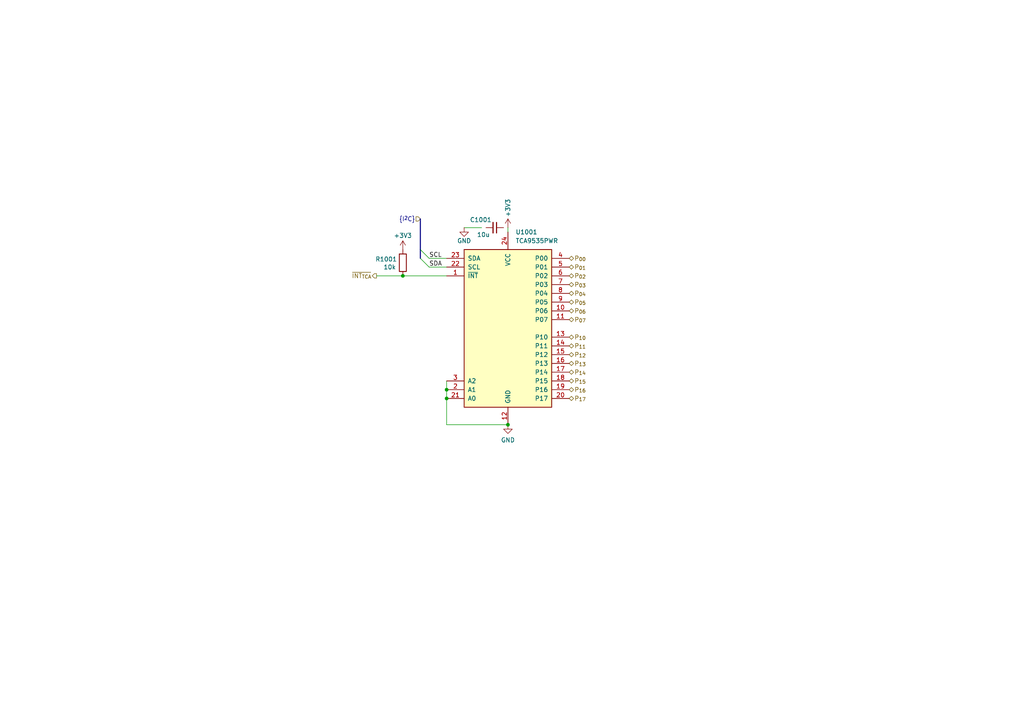
<source format=kicad_sch>
(kicad_sch (version 20250114) (generator "eeschema") (generator_version "9.0")
  (paper "A4")
  (title_block (title "${PROJECTNAME}") (date "2025-11-22") (rev "A.1") (company "David Haisman"))
  (lib_symbols
    (symbol "Device:C_Small" (pin_numbers (hide yes)) (pin_names (offset 0.254) (hide yes))
      (property "Reference" "C" (at 0.254 1.778 0))
      (property "Value" "C_Small" (at 0.254 -2.032 0))
      (symbol "C_Small_0_1"
        (polyline (pts (xy -1.524 0.508) (xy 1.524 0.508)) (stroke (width 0.3048)))
        (polyline (pts (xy -1.524 -0.508) (xy 1.524 -0.508)) (stroke (width 0.3302)))
      )
      (symbol "C_Small_1_1"
        (pin passive line (at 0 2.54 270) (length 2.032) (name "~") (number "1"))
        (pin passive line (at 0 -2.54 90) (length 2.032) (name "~") (number "2"))
      )
    )
    (symbol "Device:R" (pin_numbers (hide yes)) (pin_names (offset 0))
      (property "Reference" "R" (at 2.032 0 90))
      (property "Value" "R" (at 0 0 90))
      (symbol "R_0_1"
        (rectangle (start -1.016 -2.54) (end 1.016 2.54) (stroke (width 0.254)))
      )
      (symbol "R_1_1"
        (pin passive line (at 0 3.81 270) (length 1.27) (name "~") (number "1"))
        (pin passive line (at 0 -3.81 90) (length 1.27) (name "~") (number "2"))
      )
    )
    (symbol "Interface_Expansion:TCA9535PWR" (pin_names (offset 1.016))
      (property "Reference" "U" (at -11.43 24.13 0))
      (property "Value" "TCA9535PWR" (at 0 0 0))
      (symbol "TCA9535PWR_0_1"
        (rectangle (start -12.7 22.86) (end 12.7 -22.86) (stroke (width 0.254)) (fill (type background)))
      )
      (symbol "TCA9535PWR_1_1"
        (pin bidirectional line (at -17.78 20.32 0) (length 5.08) (name "SDA") (number "23"))
        (pin input line (at -17.78 17.78 0) (length 5.08) (name "SCL") (number "22"))
        (pin open_collector line (at -17.78 15.24 0) (length 5.08) (name "~{INT}") (number "1"))
        (pin input line (at -17.78 -15.24 0) (length 5.08) (name "A2") (number "3"))
        (pin input line (at -17.78 -17.78 0) (length 5.08) (name "A1") (number "2"))
        (pin input line (at -17.78 -20.32 0) (length 5.08) (name "A0") (number "21"))
        (pin power_in line (at 0 27.94 270) (length 5.08) (name "VCC") (number "24"))
        (pin power_in line (at 0 -27.94 90) (length 5.08) (name "GND") (number "12"))
        (pin bidirectional line (at 17.78 20.32 180) (length 5.08) (name "P00") (number "4"))
        (pin bidirectional line (at 17.78 17.78 180) (length 5.08) (name "P01") (number "5"))
        (pin bidirectional line (at 17.78 15.24 180) (length 5.08) (name "P02") (number "6"))
        (pin bidirectional line (at 17.78 12.7 180) (length 5.08) (name "P03") (number "7"))
        (pin bidirectional line (at 17.78 10.16 180) (length 5.08) (name "P04") (number "8"))
        (pin bidirectional line (at 17.78 7.62 180) (length 5.08) (name "P05") (number "9"))
        (pin bidirectional line (at 17.78 5.08 180) (length 5.08) (name "P06") (number "10"))
        (pin bidirectional line (at 17.78 2.54 180) (length 5.08) (name "P07") (number "11"))
        (pin bidirectional line (at 17.78 -2.54 180) (length 5.08) (name "P10") (number "13"))
        (pin bidirectional line (at 17.78 -5.08 180) (length 5.08) (name "P11") (number "14"))
        (pin bidirectional line (at 17.78 -7.62 180) (length 5.08) (name "P12") (number "15"))
        (pin bidirectional line (at 17.78 -10.16 180) (length 5.08) (name "P13") (number "16"))
        (pin bidirectional line (at 17.78 -12.7 180) (length 5.08) (name "P14") (number "17"))
        (pin bidirectional line (at 17.78 -15.24 180) (length 5.08) (name "P15") (number "18"))
        (pin bidirectional line (at 17.78 -17.78 180) (length 5.08) (name "P16") (number "19"))
        (pin bidirectional line (at 17.78 -20.32 180) (length 5.08) (name "P17") (number "20"))
      )
    )
    (symbol "power:+3V3" (power) (pin_names (offset 0))
      (property "Value" "+3V3" (at 0 3.556 0))
      (symbol "+3V3_0_1"
        (polyline (pts (xy -0.762 1.27) (xy 0 2.54)))
        (polyline (pts (xy 0 2.54) (xy 0.762 1.27)))
        (polyline (pts (xy 0 0) (xy 0 2.54)))
      )
      (symbol "+3V3_1_1"
        (pin power_in line (at 0 0 90) (length 0) (hide yes) (name "+3V3") (number "1"))
      )
    )
    (symbol "power:GND" (power) (pin_numbers (hide yes)) (pin_names (offset 0) (hide yes))
      (property "Value" "GND" (at 0 -3.81 0))
      (symbol "GND_0_1"
        (polyline (pts (xy 0 0) (xy 0 -1.27) (xy 1.27 -1.27) (xy 0 -2.54) (xy -1.27 -1.27) (xy 0 -1.27)))
      )
      (symbol "GND_1_1"
        (pin power_in line (at 0 0 270) (length 0) (name "~") (number "1"))
      )
    )
  )
  (junction (at 116.84 80.01))
  (junction (at 129.54 113.03))
  (junction (at 129.54 115.57))
  (junction (at 147.32 123.19))
  (bus_entry (at 121.92 72.39) (size 2.54 2.54))
  (bus_entry (at 121.92 74.93) (size 2.54 2.54))
  (wire (pts (xy 129.54 113.03) (xy 129.54 110.49)))
  (wire (pts (xy 129.54 123.19) (xy 129.54 115.57)))
  (wire (pts (xy 129.54 115.57) (xy 129.54 113.03)))
  (wire (pts (xy 147.32 66.04) (xy 147.32 67.31)))
  (wire (pts (xy 129.54 123.19) (xy 147.32 123.19)))
  (wire (pts (xy 124.46 77.47) (xy 129.54 77.47)))
  (wire (pts (xy 116.84 80.01) (xy 129.54 80.01)))
  (wire (pts (xy 124.46 74.93) (xy 129.54 74.93)))
  (bus (pts (xy 121.92 72.39) (xy 121.92 74.93)))
  (bus (pts (xy 121.92 63.5) (xy 121.92 72.39)))
  (wire (pts (xy 134.62 66.04) (xy 139.7 66.04)))
  (wire (pts (xy 109.22 80.01) (xy 116.84 80.01)))
  (label "SDA" (at 124.46 77.47 0))
  (label "SCL" (at 124.46 74.93 0))
  (hierarchical_label "P_{03}" (shape bidirectional) (at 165.1 82.55 0))
  (hierarchical_label "P_{13}" (shape bidirectional) (at 165.1 105.41 0))
  (hierarchical_label "P_{02}" (shape bidirectional) (at 165.1 80.01 0))
  (hierarchical_label "{I^{2}C}" (shape input) (at 121.92 63.5 180))
  (hierarchical_label "P_{14}" (shape bidirectional) (at 165.1 107.95 0))
  (hierarchical_label "P_{01}" (shape bidirectional) (at 165.1 77.47 0))
  (hierarchical_label "P_{05}" (shape bidirectional) (at 165.1 87.63 0))
  (hierarchical_label "P_{16}" (shape bidirectional) (at 165.1 113.03 0))
  (hierarchical_label "P_{04}" (shape bidirectional) (at 165.1 85.09 0))
  (hierarchical_label "P_{06}" (shape bidirectional) (at 165.1 90.17 0))
  (hierarchical_label "P_{17}" (shape bidirectional) (at 165.1 115.57 0))
  (hierarchical_label "P_{07}" (shape bidirectional) (at 165.1 92.71 0))
  (hierarchical_label "P_{11}" (shape bidirectional) (at 165.1 100.33 0))
  (hierarchical_label "P_{12}" (shape bidirectional) (at 165.1 102.87 0))
  (hierarchical_label "~{INT_{TCA}}" (shape output) (at 109.22 80.01 180))
  (hierarchical_label "P_{10}" (shape bidirectional) (at 165.1 97.79 0))
  (hierarchical_label "P_{00}" (shape bidirectional) (at 165.1 74.93 0))
  (hierarchical_label "P_{15}" (shape bidirectional) (at 165.1 110.49 0))
  (symbol (lib_id "power:GND") (at 147.32 123.19 0) (unit 1)
    (property "Reference" "#PWR01004" (effects (hide yes)))
    (property "Value" "GND" (at 147.32 127.635 0))
  )
  (symbol (lib_id "power:+3V3") (at 116.84 72.39 0) (mirror y) (unit 1)
    (property "Reference" "#PWR01001" (effects (hide yes)))
    (property "Value" "+3V3" (at 116.84 68.326 0))
  )
  (symbol (lib_id "power:GND") (at 134.62 66.04 0) (mirror y) (unit 1)
    (property "Reference" "#PWR01002" (effects (hide yes)))
    (property "Value" "GND" (at 134.62 69.85 0))
  )
  (symbol (lib_id "Interface_Expansion:TCA9535PWR") (at 147.32 95.25 0) (unit 1)
    (property "Reference" "U1001" (at 149.5141 67.31 0) (effects (justify left)))
    (property "Value" "TCA9535PWR" (at 149.5141 69.85 0) (effects (justify left)))
    (property "Footprint" "Package_SO:TSSOP-24_4.4x7.8mm_P0.65mm" (effects (hide yes)))
    (property "Datasheet" "http://www.ti.com/lit/ds/symlink/tca9535.pdf" (effects (hide yes)))
    (property "Description" "16-bit I/O expander, I2C and SMBus interface, interrupts, w/o pull-ups, TSSOP-24 package" (effects (hide yes)))
  )
  (symbol (lib_id "Device:R") (at 116.84 76.2 180) (unit 1)
    (property "Reference" "R1001" (at 112.014 75.184 0))
    (property "Value" "10k" (at 113.03 77.47 0))
  )
  (symbol (lib_id "power:+3V3") (at 147.32 66.04 0) (mirror y) (unit 1)
    (property "Reference" "#PWR01003" (effects (hide yes)))
    (property "Value" "+3V3" (at 147.32 60.325 90))
  )
  (symbol (lib_id "Device:C_Small") (at 143.51 66.04 270) (unit 1)
    (property "Reference" "C1001" (at 139.446 63.754 90))
    (property "Value" "10u" (at 140.208 68.072 90))
    (property "Description" "Unpolarized capacitor, small symbol" (effects (hide yes)))
  )
)
</source>
